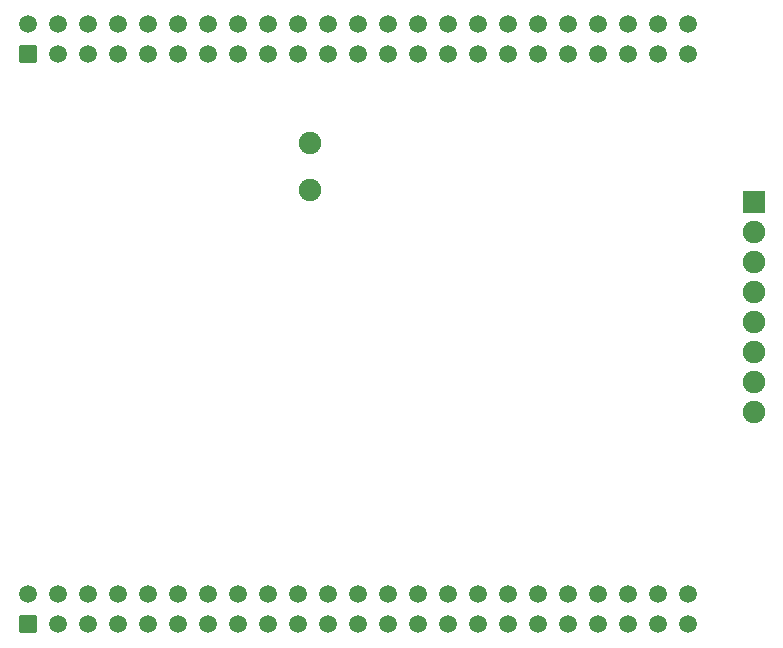
<source format=gbs>
G04 Layer: BottomSolderMaskLayer*
G04 EasyEDA v6.5.22, 2023-01-10 12:38:46*
G04 25b49afb8cf343a198f3b3cb698868e7,2e4b97ed0a384ad5b60706015a639cab,10*
G04 Gerber Generator version 0.2*
G04 Scale: 100 percent, Rotated: No, Reflected: No *
G04 Dimensions in inches *
G04 leading zeros omitted , absolute positions ,3 integer and 6 decimal *
%FSLAX36Y36*%
%MOIN*%

%AMMACRO1*1,1,$1,$2,$3*1,1,$1,$4,$5*1,1,$1,0-$2,0-$3*1,1,$1,0-$4,0-$5*20,1,$1,$2,$3,$4,$5,0*20,1,$1,$4,$5,0-$2,0-$3,0*20,1,$1,0-$2,0-$3,0-$4,0-$5,0*20,1,$1,0-$4,0-$5,$2,$3,0*4,1,4,$2,$3,$4,$5,0-$2,0-$3,0-$4,0-$5,$2,$3,0*%
%ADD10C,0.0749*%
%ADD11MACRO1,0.004X-0.0276X0.0276X0.0276X0.0276*%
%ADD12C,0.0591*%
%ADD13MACRO1,0.004X0.0354X0.0354X0.0354X-0.0354*%

%LPD*%
D10*
G01*
X1780000Y-688739D03*
G01*
X1780000Y-531260D03*
D11*
G01*
X840000Y-235000D03*
D12*
G01*
X840000Y-135000D03*
G01*
X940000Y-235000D03*
G01*
X940000Y-135000D03*
G01*
X1040000Y-235000D03*
G01*
X1040000Y-135000D03*
G01*
X1140000Y-235000D03*
G01*
X1140000Y-135000D03*
G01*
X1240000Y-235000D03*
G01*
X1240000Y-135000D03*
G01*
X1340000Y-235000D03*
G01*
X1340000Y-135000D03*
G01*
X1440000Y-235000D03*
G01*
X1440000Y-135000D03*
G01*
X1540000Y-235000D03*
G01*
X1540000Y-135000D03*
G01*
X1640000Y-235000D03*
G01*
X1640000Y-135000D03*
G01*
X1740000Y-235000D03*
G01*
X1740000Y-135000D03*
G01*
X1840000Y-235000D03*
G01*
X1840000Y-135000D03*
G01*
X1940000Y-235000D03*
G01*
X1940000Y-135000D03*
G01*
X2040000Y-235000D03*
G01*
X2040000Y-135000D03*
G01*
X2140000Y-235000D03*
G01*
X2140000Y-135000D03*
G01*
X2240000Y-235000D03*
G01*
X2240000Y-135000D03*
G01*
X2340000Y-235000D03*
G01*
X2340000Y-135000D03*
G01*
X2440000Y-235000D03*
G01*
X2440000Y-135000D03*
G01*
X2540000Y-235000D03*
G01*
X2540000Y-135000D03*
G01*
X2640000Y-235000D03*
G01*
X2640000Y-135000D03*
G01*
X2740000Y-235000D03*
G01*
X2740000Y-135000D03*
G01*
X2840000Y-235000D03*
G01*
X2840000Y-135000D03*
G01*
X2940000Y-235000D03*
G01*
X2940000Y-135000D03*
G01*
X3040000Y-235000D03*
G01*
X3040000Y-135000D03*
D11*
G01*
X840000Y-2135000D03*
D12*
G01*
X840000Y-2035000D03*
G01*
X940000Y-2135000D03*
G01*
X940000Y-2035000D03*
G01*
X1040000Y-2135000D03*
G01*
X1040000Y-2035000D03*
G01*
X1140000Y-2135000D03*
G01*
X1140000Y-2035000D03*
G01*
X1240000Y-2135000D03*
G01*
X1240000Y-2035000D03*
G01*
X1340000Y-2135000D03*
G01*
X1340000Y-2035000D03*
G01*
X1440000Y-2135000D03*
G01*
X1440000Y-2035000D03*
G01*
X1540000Y-2135000D03*
G01*
X1540000Y-2035000D03*
G01*
X1640000Y-2135000D03*
G01*
X1640000Y-2035000D03*
G01*
X1740000Y-2135000D03*
G01*
X1740000Y-2035000D03*
G01*
X1840000Y-2135000D03*
G01*
X1840000Y-2035000D03*
G01*
X1940000Y-2135000D03*
G01*
X1940000Y-2035000D03*
G01*
X2040000Y-2135000D03*
G01*
X2040000Y-2035000D03*
G01*
X2140000Y-2135000D03*
G01*
X2140000Y-2035000D03*
G01*
X2240000Y-2135000D03*
G01*
X2240000Y-2035000D03*
G01*
X2340000Y-2135000D03*
G01*
X2340000Y-2035000D03*
G01*
X2440000Y-2135000D03*
G01*
X2440000Y-2035000D03*
G01*
X2540000Y-2135000D03*
G01*
X2540000Y-2035000D03*
G01*
X2640000Y-2135000D03*
G01*
X2640000Y-2035000D03*
G01*
X2740000Y-2135000D03*
G01*
X2740000Y-2035000D03*
G01*
X2840000Y-2135000D03*
G01*
X2840000Y-2035000D03*
G01*
X2940000Y-2135000D03*
G01*
X2940000Y-2035000D03*
G01*
X3040000Y-2135000D03*
G01*
X3040000Y-2035000D03*
D13*
G01*
X3260000Y-730000D03*
D10*
G01*
X3260000Y-830000D03*
G01*
X3260000Y-930000D03*
G01*
X3260000Y-1030000D03*
G01*
X3260000Y-1130000D03*
G01*
X3260000Y-1230000D03*
G01*
X3260000Y-1330000D03*
G01*
X3260000Y-1430000D03*
M02*

</source>
